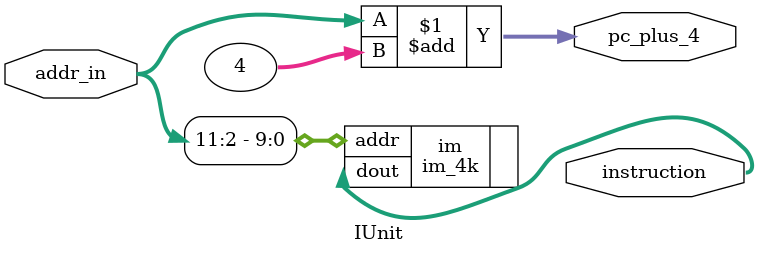
<source format=v>
module IUnit (addr_in,instruction,pc_plus_4);
	input[31:0] addr_in;
	output [31:0] instruction,pc_plus_4;

	im_4k im(.addr(addr_in[11:2]),.dout(instruction));
	assign pc_plus_4 = addr_in + 4;
	
endmodule
</source>
